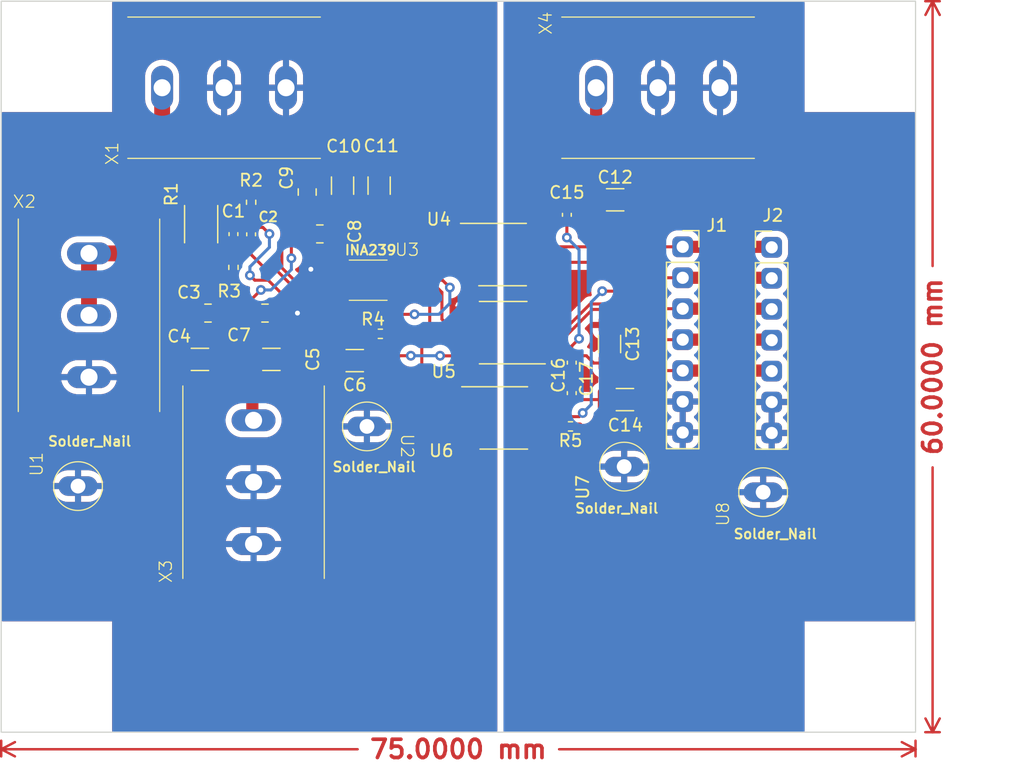
<source format=kicad_pcb>
(kicad_pcb (version 20221018) (generator pcbnew)
  (layers (0 "F.Cu" signal) (31 "B.Cu" signal) (34 "B.Paste" user) (35 "F.Paste" user) (36 "B.SilkS" user "B.Silkscreen") (37 "F.SilkS" user "F.Silkscreen") (38 "B.Mask" user) (39 "F.Mask" user) (44 "Edge.Cuts" user))
  (net 0 "")
  (net 1 "Net-(U3-IN+)")
  (net 2 "Net-(U3-IN-)")
  (net 3 "GND")
  (net 4 "Net-(U3-VS)")
  (net 5 "Net-(U4-VDD2)")
  (net 6 "GND1")
  (net 7 "Net-(J1-Pin_1)")
  (net 8 "Net-(J1-Pin_2)")
  (net 9 "Net-(J1-Pin_3)")
  (net 10 "Net-(J1-Pin_4)")
  (net 11 "Net-(J1-Pin_5)")
  (net 12 "Net-(U3-VBUS)")
  (net 13 "Net-(R1-Pad2)")
  (net 14 "Net-(U3-ALERT)")
  (net 15 "Net-(U6-VOB)")
  (net 16 "Net-(U3-CS)")
  (net 17 "Net-(U3-MOSI)")
  (net 18 "Net-(U3-MISO)")
  (net 19 "Net-(U3-SCLK)")
  (footprint "ESP32:ESP32" (layer "F.Cu") (at 135.7 109.48 90)
    (fp_text reference "X3" (at -7.32 -7.2 90 unlocked) (layer "F.SilkS") (effects (font (thickness 0.1))))
    (fp_text value "~" hide)
    (fp_line (start -7.9 -5.8) (end 7.9 -5.8) (stroke (width 0.1)) (layer "F.SilkS"))
    (fp_line (start -7.9 5.8) (end 7.9 5.8) (stroke (width 0.1)) (layer "F.SilkS"))
    (pad "1" thru_hole oval (at -5.08 0 90) (size 1.8 3.6) (drill 1.4) (layers "*.Cu" "*.Mask") (net 3 "GND"))
    (pad "2" thru_hole oval (at 0 0 90) (size 1.8 3.6) (drill 1.4) (layers "*.Cu" "*.Mask") (net 3 "GND"))
    (pad "3" thru_hole oval (at 5.08 0 90) (size 1.8 3.6) (drill 1.4) (layers "*.Cu" "*.Mask") (net 4 "Net-(U3-VS)"))
  )
  (footprint "MountingHole:MountingHole_3.5mm" (layer "F.Cu") (at 185.2 125.2)
    (fp_text reference "REF**" hide)
    (fp_text value "MountingHole_3.5mm" hide)
    (pad "" np_thru_hole circle (at 0 0) (size 3.5 3.5) (drill 3.5) (layers "*.Cu" "*.Mask"))
  )
  (footprint "Capacitor_SMD:C_1206_3216Metric_Pad1.33x1.80mm_HandSolder" (layer "F.Cu") (at 164.9 98.1375 -90)
    (fp_text reference "C13" (at 0 -1.9 -90) (layer "F.SilkS"))
    (fp_text value "10μ" hide)
    (fp_line (start -0.711252 -0.91) (end 0.711252 -0.91) (stroke (width 0.12)) (layer "F.SilkS"))
    (fp_line (start -0.711252 0.91) (end 0.711252 0.91) (stroke (width 0.12)) (layer "F.SilkS"))
    (pad "1" smd roundrect (at -1.5625 0 270) (size 1.325 1.8) (layers "F.Cu" "F.Paste" "F.Mask") (roundrect_rratio 0.1886792453) (net 6 "GND1"))
    (pad "2" smd roundrect (at 1.5625 0 270) (size 1.325 1.8) (layers "F.Cu" "F.Paste" "F.Mask") (roundrect_rratio 0.1886792453) (net 5 "Net-(U4-VDD2)"))
  )
  (footprint "Capacitor_SMD:C_0805_2012Metric_Pad1.18x1.45mm_HandSolder" (layer "F.Cu") (at 141.1375 89.1 180)
    (fp_text reference "C8" (at -2.8625 0.2 90) (layer "F.SilkS"))
    (fp_text value "100n" hide)
    (fp_line (start -0.261252 -0.735) (end 0.261252 -0.735) (stroke (width 0.12)) (layer "F.SilkS"))
    (fp_line (start -0.261252 0.735) (end 0.261252 0.735) (stroke (width 0.12)) (layer "F.SilkS"))
    (pad "1" smd roundrect (at -1.0375 0 180) (size 1.175 1.45) (layers "F.Cu" "F.Paste" "F.Mask") (roundrect_rratio 0.2127659574) (net 3 "GND"))
    (pad "2" smd roundrect (at 1.0375 0 180) (size 1.175 1.45) (layers "F.Cu" "F.Paste" "F.Mask") (roundrect_rratio 0.2127659574) (net 4 "Net-(U3-VS)"))
  )
  (footprint "nail:nail" (layer "F.Cu") (at 177.5 110.3)
    (fp_text reference "U8" (at -3.3 1.8 90 unlocked) (layer "F.SilkS") (effects (font (thickness 0.1))))
    (fp_text value "~" hide)
    (fp_text user "Solder_Nail" (at -2.5 3.9 unlocked) (layer "F.SilkS") (effects (font (size 0.8 0.8) (thickness 0.16) bold) (justify left bottom)))
    (fp_circle (center 0 0) (end 2 0) (stroke (width 0.1)) (fill none) (layer "F.SilkS"))
    (pad "1" thru_hole oval (at 0 0 90) (size 1.6 3.2) (drill 1.21) (layers "*.Cu" "*.Mask") (net 6 "GND1"))
  )
  (footprint "Resistor_SMD:R_2010_5025Metric_Pad1.40x2.65mm_HandSolder" (layer "F.Cu") (at 131.4 88.3 -90)
    (fp_text reference "R1" (at -2.45 2.45 90) (layer "F.SilkS"))
    (fp_text value "50m" hide)
    (fp_line (start -1.527064 -1.36) (end 1.527064 -1.36) (stroke (width 0.12)) (layer "F.SilkS"))
    (fp_line (start -1.527064 1.36) (end 1.527064 1.36) (stroke (width 0.12)) (layer "F.SilkS"))
    (pad "1" smd roundrect (at -2.4 0 270) (size 1.4 2.65) (layers "F.Cu" "F.Paste" "F.Mask") (roundrect_rratio 0.1785707143) (net 12 "Net-(U3-VBUS)"))
    (pad "2" smd roundrect (at 2.4 0 270) (size 1.4 2.65) (layers "F.Cu" "F.Paste" "F.Mask") (roundrect_rratio 0.1785707143) (net 13 "Net-(R1-Pad2)"))
  )
  (footprint "Capacitor_SMD:C_1206_3216Metric_Pad1.33x1.80mm_HandSolder" (layer "F.Cu") (at 146 85.1375 -90)
    (fp_text reference "C11" (at -3.2625 -0.175 -180) (layer "F.SilkS"))
    (fp_text value "10μ" hide)
    (fp_line (start -0.711252 -0.91) (end 0.711252 -0.91) (stroke (width 0.12)) (layer "F.SilkS"))
    (fp_line (start -0.711252 0.91) (end 0.711252 0.91) (stroke (width 0.12)) (layer "F.SilkS"))
    (pad "1" smd roundrect (at -1.5625 0 270) (size 1.325 1.8) (layers "F.Cu" "F.Paste" "F.Mask") (roundrect_rratio 0.1886792453) (net 3 "GND"))
    (pad "2" smd roundrect (at 1.5625 0 270) (size 1.325 1.8) (layers "F.Cu" "F.Paste" "F.Mask") (roundrect_rratio 0.1886792453) (net 4 "Net-(U3-VS)"))
  )
  (footprint "ESP32:ESP32" (layer "F.Cu") (at 133.28 77.1)
    (fp_text reference "X1" (at -9.18 5.4 90 unlocked) (layer "F.SilkS") (effects (font (thickness 0.1))))
    (fp_text value "~" hide)
    (fp_line (start -7.9 -5.8) (end 7.9 -5.8) (stroke (width 0.1)) (layer "F.SilkS"))
    (fp_line (start -7.9 5.8) (end 7.9 5.8) (stroke (width 0.1)) (layer "F.SilkS"))
    (pad "1" thru_hole oval (at -5.08 0) (size 1.8 3.6) (drill 1.4) (layers "*.Cu" "*.Mask") (net 12 "Net-(U3-VBUS)"))
    (pad "2" thru_hole oval (at 0 0) (size 1.8 3.6) (drill 1.4) (layers "*.Cu" "*.Mask") (net 3 "GND"))
    (pad "3" thru_hole oval (at 5.08 0) (size 1.8 3.6) (drill 1.4) (layers "*.Cu" "*.Mask") (net 3 "GND"))
  )
  (footprint "MountingHole:MountingHole_3.5mm" (layer "F.Cu") (at 185.2 74.8)
    (fp_text reference "REF**" hide)
    (fp_text value "MountingHole_3.5mm" hide)
    (pad "" np_thru_hole circle (at 0 0) (size 3.5 3.5) (drill 3.5) (layers "*.Cu" "*.Mask"))
  )
  (footprint "INA239:INA239" (layer "F.Cu") (at 145.1 92.9 180)
    (fp_text reference "U3" (at -3.2 2.5 unlocked) (layer "F.SilkS") (effects (font (thickness 0.1))))
    (fp_text value "~" hide)
    (fp_text user "INA239" (at 2 2 unlocked) (layer "F.SilkS") (effects (font (size 0.8 0.8) (thickness 0.16) bold) (justify left bottom)))
    (fp_line (start -1.55 -1.65) (end 1.55 -1.65) (stroke (width 0.1)) (layer "F.SilkS"))
    (fp_line (start -1.55 1.65) (end 1.55 1.65) (stroke (width 0.1)) (layer "F.SilkS"))
    (pad "1" smd roundrect (at -2.2 -1 180) (size 1.45 0.3) (layers "F.Cu" "F.Paste" "F.Mask") (net 16 "Net-(U3-CS)"))
    (pad "2" smd roundrect (at -2.2 -0.5 180) (size 1.45 0.3) (layers "F.Cu" "F.Paste" "F.Mask") (net 17 "Net-(U3-MOSI)"))
    (pad "3" smd roundrect (at -2.2 0 180) (size 1.45 0.3) (layers "F.Cu" "F.Paste" "F.Mask") (net 14 "Net-(U3-ALERT)"))
    (pad "4" smd roundrect (at -2.2 0.5 180) (size 1.45 0.3) (layers "F.Cu" "F.Paste" "F.Mask") (net 18 "Net-(U3-MISO)"))
    (pad "5" smd roundrect (at -2.2 1 180) (size 1.45 0.3) (layers "F.Cu" "F.Paste" "F.Mask") (net 19 "Net-(U3-SCLK)"))
    (pad "6" smd roundrect (at 2.2 1 180) (size 1.45 0.3) (layers "F.Cu" "F.Paste" "F.Mask") (net 4 "Net-(U3-VS)"))
    (pad "7" smd roundrect (at 2.2 0.5 180) (size 1.45 0.3) (layers "F.Cu" "F.Paste" "F.Mask") (net 3 "GND"))
    (pad "8" smd roundrect (at 2.2 0 180) (size 1.45 0.3) (layers "F.Cu" "F.Paste" "F.Mask") (net 12 "Net-(U3-VBUS)"))
    (pad "9" smd roundrect (at 2.2 -0.5 180) (size 1.45 0.3) (layers "F.Cu" "F.Paste" "F.Mask") (net 2 "Net-(U3-IN-)"))
    (pad "10" smd roundrect (at 2.2 -1 180) (size 1.45 0.3) (layers "F.Cu" "F.Paste" "F.Mask") (net 1 "Net-(U3-IN+)"))
  )
  (footprint "MountingHole:MountingHole_3.5mm" (layer "F.Cu") (at 119.8 125.2)
    (fp_text reference "REF**" hide)
    (fp_text value "MountingHole_3.5mm" hide)
    (pad "" np_thru_hole circle (at 0 0) (size 3.5 3.5) (drill 3.5) (layers "*.Cu" "*.Mask"))
  )
  (footprint "Connector_PinHeader_2.54mm:PinHeader_1x07_P2.54mm_Vertical" (layer "F.Cu") (at 178.2 90.2)
    (fp_text reference "J2" (at 0.1 -2.62) (layer "F.SilkS"))
    (fp_text value "Conn_01x07_Male")
    (fp_line (start -1.33 -1.33) (end 0 -1.33) (stroke (width 0.12)) (layer "F.SilkS"))
    (fp_line (start -1.33 0) (end -1.33 -1.33) (stroke (width 0.12)) (layer "F.SilkS"))
    (fp_line (start -1.33 1.27) (end -1.33 16.57) (stroke (width 0.12)) (layer "F.SilkS"))
    (fp_line (start -1.33 1.27) (end 1.33 1.27) (stroke (width 0.12)) (layer "F.SilkS"))
    (fp_line (start -1.33 16.57) (end 1.33 16.57) (stroke (width 0.12)) (layer "F.SilkS"))
    (fp_line (start 1.33 1.27) (end 1.33 16.57) (stroke (width 0.12)) (layer "F.SilkS"))
    (pad "1" thru_hole roundrect (at 0 0) (size 1.7 1.7) (drill 1) (layers "*.Cu" "*.Mask") (net 7 "Net-(J1-Pin_1)"))
    (pad "2" thru_hole roundrect (at 0 2.54) (size 1.7 1.7) (drill 1) (layers "*.Cu" "*.Mask") (net 8 "Net-(J1-Pin_2)"))
    (pad "3" thru_hole roundrect (at 0 5.08) (size 1.7 1.7) (drill 1) (layers "*.Cu" "*.Mask") (net 9 "Net-(J1-Pin_3)"))
    (pad "4" thru_hole roundrect (at 0 7.62) (size 1.7 1.7) (drill 1) (layers "*.Cu" "*.Mask") (net 10 "Net-(J1-Pin_4)"))
    (pad "5" thru_hole roundrect (at 0 10.16) (size 1.7 1.7) (drill 1) (layers "*.Cu" "*.Mask") (net 11 "Net-(J1-Pin_5)"))
    (pad "6" thru_hole roundrect (at 0 12.7) (size 1.7 1.7) (drill 1) (layers "*.Cu" "*.Mask") (net 6 "GND1"))
    (pad "7" thru_hole roundrect (at 0 15.24) (size 1.7 1.7) (drill 1) (layers "*.Cu" "*.Mask") (net 6 "GND1"))
  )
  (footprint "Package_SO:SOIC-8_3.9x4.9mm_P1.27mm" (layer "F.Cu") (at 156.175 97.205 180)
    (fp_text reference "U5" (at 4.875 -3.195) (layer "F.SilkS"))
    (fp_text value "ADuM120N")
    (fp_line (start 0 -2.56) (end -3.45 -2.56) (stroke (width 0.12)) (layer "F.SilkS"))
    (fp_line (start 0 -2.56) (end 1.95 -2.56) (stroke (width 0.12)) (layer "F.SilkS"))
    (fp_line (start 0 2.56) (end -1.95 2.56) (stroke (width 0.12)) (layer "F.SilkS"))
    (fp_line (start 0 2.56) (end 1.95 2.56) (stroke (width 0.12)) (layer "F.SilkS"))
    (pad "1" smd roundrect (at -2.475 -1.905 180) (size 1.95 0.6) (layers "F.Cu" "F.Paste" "F.Mask") (net 5 "Net-(U4-VDD2)"))
    (pad "2" smd roundrect (at -2.475 -0.635 180) (size 1.95 0.6) (layers "F.Cu" "F.Paste" "F.Mask") (net 11 "Net-(J1-Pin_5)"))
    (pad "3" smd roundrect (at -2.475 0.635 180) (size 1.95 0.6) (layers "F.Cu" "F.Paste" "F.Mask") (net 10 "Net-(J1-Pin_4)"))
    (pad "4" smd roundrect (at -2.475 1.905 180) (size 1.95 0.6) (layers "F.Cu" "F.Paste" "F.Mask") (net 6 "GND1"))
    (pad "5" smd roundrect (at 2.475 1.905 180) (size 1.95 0.6) (layers "F.Cu" "F.Paste" "F.Mask") (net 3 "GND"))
    (pad "6" smd roundrect (at 2.475 0.635 180) (size 1.95 0.6) (layers "F.Cu" "F.Paste" "F.Mask") (net 17 "Net-(U3-MOSI)"))
    (pad "7" smd roundrect (at 2.475 -0.635 180) (size 1.95 0.6) (layers "F.Cu" "F.Paste" "F.Mask") (net 16 "Net-(U3-CS)"))
    (pad "8" smd roundrect (at 2.475 -1.905 180) (size 1.95 0.6) (layers "F.Cu" "F.Paste" "F.Mask") (net 4 "Net-(U3-VS)"))
  )
  (footprint "Capacitor_SMD:C_0402_1005Metric_Pad0.74x0.62mm_HandSolder" (layer "F.Cu") (at 161.8 102.1675 -90)
    (fp_text reference "C17" (at -1.1675 -1.2 -90) (layer "F.SilkS"))
    (fp_text value "100n" hide)
    (fp_line (start -0.115835 -0.36) (end 0.115835 -0.36) (stroke (width 0.12)) (layer "F.SilkS"))
    (fp_line (start -0.115835 0.36) (end 0.115835 0.36) (stroke (width 0.12)) (layer "F.SilkS"))
    (pad "1" smd roundrect (at -0.5675 0 270) (size 0.735 0.62) (layers "F.Cu" "F.Paste" "F.Mask") (net 6 "GND1"))
    (pad "2" smd roundrect (at 0.5675 0 270) (size 0.735 0.62) (layers "F.Cu" "F.Paste" "F.Mask") (net 5 "Net-(U4-VDD2)"))
  )
  (footprint "Resistor_SMD:R_0402_1005Metric_Pad0.72x0.64mm_HandSolder" (layer "F.Cu") (at 135.5 86.5025 -90)
    (fp_text reference "R2" (at -1.8025 0 -180) (layer "F.SilkS"))
    (fp_text value "15" hide)
    (fp_line (start -0.167621 -0.38) (end 0.167621 -0.38) (stroke (width 0.12)) (layer "F.SilkS"))
    (fp_line (start -0.167621 0.38) (end 0.167621 0.38) (stroke (width 0.12)) (layer "F.SilkS"))
    (pad "1" smd roundrect (at -0.5975 0 270) (size 0.715 0.64) (layers "F.Cu" "F.Paste" "F.Mask") (net 12 "Net-(U3-VBUS)"))
    (pad "2" smd roundrect (at 0.5975 0 270) (size 0.715 0.64) (layers "F.Cu" "F.Paste" "F.Mask") (net 1 "Net-(U3-IN+)"))
  )
  (footprint "Package_SO:SOIC-8_3.9x4.9mm_P1.27mm" (layer "F.Cu") (at 156.225 104.205)
    (fp_text reference "U6" (at -5.125 2.695 180) (layer "F.SilkS"))
    (fp_text value "ADuM120N")
    (fp_line (start 0 -2.56) (end -3.45 -2.56) (stroke (width 0.12)) (layer "F.SilkS"))
    (fp_line (start 0 -2.56) (end 1.95 -2.56) (stroke (width 0.12)) (layer "F.SilkS"))
    (fp_line (start 0 2.56) (end -1.95 2.56) (stroke (width 0.12)) (layer "F.SilkS"))
    (fp_line (start 0 2.56) (end 1.95 2.56) (stroke (width 0.12)) (layer "F.SilkS"))
    (pad "1" smd roundrect (at -2.475 -1.905) (size 1.95 0.6) (layers "F.Cu" "F.Paste" "F.Mask") (net 4 "Net-(U3-VS)"))
    (pad "2" smd roundrect (at -2.475 -0.635) (size 1.95 0.6) (layers "F.Cu" "F.Paste" "F.Mask") (net 14 "Net-(U3-ALERT)"))
    (pad "3" smd roundrect (at -2.475 0.635) (size 1.95 0.6) (layers "F.Cu" "F.Paste" "F.Mask") (net 3 "GND"))
    (pad "4" smd roundrect (at -2.475 1.905) (size 1.95 0.6) (layers "F.Cu" "F.Paste" "F.Mask") (net 3 "GND"))
    (pad "5" smd roundrect (at 2.475 1.905) (size 1.95 0.6) (layers "F.Cu" "F.Paste" "F.Mask") (net 6 "GND1"))
    (pad "6" smd roundrect (at 2.475 0.635) (size 1.95 0.6) (layers "F.Cu" "F.Paste" "F.Mask") (net 15 "Net-(U6-VOB)"))
    (pad "7" smd roundrect (at 2.475 -0.635) (size 1.95 0.6) (layers "F.Cu" "F.Paste" "F.Mask") (net 9 "Net-(J1-Pin_3)"))
    (pad "8" smd roundrect (at 2.475 -1.905) (size 1.95 0.6) (layers "F.Cu" "F.Paste" "F.Mask") (net 5 "Net-(U4-VDD2)"))
  )
  (footprint "Capacitor_SMD:C_0402_1005Metric_Pad0.74x0.62mm_HandSolder" (layer "F.Cu") (at 161.4 87.5325 90)
    (fp_text reference "C15" (at 1.8325 0 180) (layer "F.SilkS"))
    (fp_text value "100n" hide)
    (fp_line (start -0.115835 -0.36) (end 0.115835 -0.36) (stroke (width 0.12)) (layer "F.SilkS"))
    (fp_line (start -0.115835 0.36) (end 0.115835 0.36) (stroke (width 0.12)) (layer "F.SilkS"))
    (pad "1" smd roundrect (at -0.5675 0 90) (size 0.735 0.62) (layers "F.Cu" "F.Paste" "F.Mask") (net 5 "Net-(U4-VDD2)"))
    (pad "2" smd roundrect (at 0.5675 0 90) (size 0.735 0.62) (layers "F.Cu" "F.Paste" "F.Mask") (net 6 "GND1"))
  )
  (footprint "Capacitor_SMD:C_1206_3216Metric_Pad1.33x1.80mm_HandSolder" (layer "F.Cu") (at 165.3625 86.3)
    (fp_text reference "C12" (at 0 -1.85) (layer "F.SilkS"))
    (fp_text value "10μ" hide)
    (fp_line (start -0.711252 -0.91) (end 0.711252 -0.91) (stroke (width 0.12)) (layer "F.SilkS"))
    (fp_line (start -0.711252 0.91) (end 0.711252 0.91) (stroke (width 0.12)) (layer "F.SilkS"))
    (pad "1" smd roundrect (at -1.5625 0) (size 1.325 1.8) (layers "F.Cu" "F.Paste" "F.Mask") (roundrect_rratio 0.1886792453) (net 5 "Net-(U4-VDD2)"))
    (pad "2" smd roundrect (at 1.5625 0) (size 1.325 1.8) (layers "F.Cu" "F.Paste" "F.Mask") (roundrect_rratio 0.1886792453) (net 6 "GND1"))
  )
  (footprint "Capacitor_SMD:C_0402_1005Metric_Pad0.74x0.62mm_HandSolder" (layer "F.Cu") (at 134.05 89.1175 -90)
    (fp_text reference "C1" (at -1.8825 0) (layer "F.SilkS"))
    (fp_text value "100n" hide)
    (fp_line (start -0.115835 -0.36) (end 0.115835 -0.36) (stroke (width 0.12)) (layer "F.SilkS"))
    (fp_line (start -0.115835 0.36) (end 0.115835 0.36) (stroke (width 0.12)) (layer "F.SilkS"))
    (pad "1" smd roundrect (at -0.5675 0 270) (size 0.735 0.62) (layers "F.Cu" "F.Paste" "F.Mask") (net 1 "Net-(U3-IN+)"))
    (pad "2" smd roundrect (at 0.5675 0 270) (size 0.735 0.62) (layers "F.Cu" "F.Paste" "F.Mask") (net 2 "Net-(U3-IN-)"))
  )
  (footprint "Capacitor_SMD:C_0805_2012Metric_Pad1.18x1.45mm_HandSolder" (layer "F.Cu") (at 136.6375 95.6)
    (fp_text reference "C7" (at -2.1375 1.8 180) (layer "F.SilkS"))
    (fp_text value "100n" hide)
    (fp_line (start -0.261252 -0.735) (end 0.261252 -0.735) (stroke (width 0.12)) (layer "F.SilkS"))
    (fp_line (start -0.261252 0.735) (end 0.261252 0.735) (stroke (width 0.12)) (layer "F.SilkS"))
    (pad "1" smd roundrect (at -1.0375 0) (size 1.175 1.45) (layers "F.Cu" "F.Paste" "F.Mask") (roundrect_rratio 0.2127659574) (net 4 "Net-(U3-VS)"))
    (pad "2" smd roundrect (at 1.0375 0) (size 1.175 1.45) (layers "F.Cu" "F.Paste" "F.Mask") (roundrect_rratio 0.2127659574) (net 3 "GND"))
  )
  (footprint "Resistor_SMD:R_0402_1005Metric_Pad0.72x0.64mm_HandSolder" (layer "F.Cu") (at 134.05 91.8475 90)
    (fp_text reference "R3" (at -1.9525 -0.35 180) (layer "F.SilkS"))
    (fp_text value "15" hide)
    (fp_line (start -0.167621 -0.38) (end 0.167621 -0.38) (stroke (width 0.12)) (layer "F.SilkS"))
    (fp_line (start -0.167621 0.38) (end 0.167621 0.38) (stroke (width 0.12)) (layer "F.SilkS"))
    (pad "1" smd roundrect (at -0.5975 0 90) (size 0.715 0.64) (layers "F.Cu" "F.Paste" "F.Mask") (net 13 "Net-(R1-Pad2)"))
    (pad "2" smd roundrect (at 0.5975 0 90) (size 0.715 0.64) (layers "F.Cu" "F.Paste" "F.Mask") (net 2 "Net-(U3-IN-)"))
  )
  (footprint "Capacitor_SMD:C_1206_3216Metric_Pad1.33x1.80mm_HandSolder" (layer "F.Cu") (at 137.1625 99.4 180)
    (fp_text reference "C5" (at -3.4 0 90) (layer "F.SilkS"))
    (fp_text value "2.2μ" hide)
    (fp_line (start -0.711252 -0.91) (end 0.711252 -0.91) (stroke (width 0.12)) (layer "F.SilkS"))
    (fp_line (start -0.711252 0.91) (end 0.711252 0.91) (stroke (width 0.12)) (layer "F.SilkS"))
    (pad "1" smd roundrect (at -1.5625 0 180) (size 1.325 1.8) (layers "F.Cu" "F.Paste" "F.Mask") (roundrect_rratio 0.1886792453) (net 3 "GND"))
    (pad "2" smd roundrect (at 1.5625 0 180) (size 1.325 1.8) (layers "F.Cu" "F.Paste" "F.Mask") (roundrect_rratio 0.1886792453) (net 4 "Net-(U3-VS)"))
  )
  (footprint "Capacitor_SMD:C_1206_3216Metric_Pad1.33x1.80mm_HandSolder" (layer "F.Cu") (at 131.3 99.4)
    (fp_text reference "C4" (at -1.7 -1.9) (layer "F.SilkS"))
    (fp_text value "2.2μ" hide)
    (fp_line (start -0.711252 -0.91) (end 0.711252 -0.91) (stroke (width 0.12)) (layer "F.SilkS"))
    (fp_line (start -0.711252 0.91) (end 0.711252 0.91) (stroke (width 0.12)) (layer "F.SilkS"))
    (pad "1" smd roundrect (at -1.5625 0) (size 1.325 1.8) (layers "F.Cu" "F.Paste" "F.Mask") (roundrect_rratio 0.1886792453) (net 3 "GND"))
    (pad "2" smd roundrect (at 1.5625 0) (size 1.325 1.8) (layers "F.Cu" "F.Paste" "F.Mask") (roundrect_rratio 0.1886792453) (net 4 "Net-(U3-VS)"))
  )
  (footprint "nail:nail" (layer "F.Cu") (at 121.3 109.8)
    (fp_text reference "U1" (at -3.4 -1.8 90 unlocked) (layer "F.SilkS") (effects (font (thickness 0.1))))
    (fp_text value "~" hide)
    (fp_text user "Solder_Nail" (at -2.54 -3.2025 unlocked) (layer "F.SilkS") (effects (font (size 0.8 0.8) (thickness 0.16) bold) (justify left bottom)))
    (fp_circle (center 0 0) (end 2 0) (stroke (width 0.1)) (fill none) (layer "F.SilkS"))
    (pad "1" thru_hole oval (at 0 0 90) (size 1.6 3.2) (drill 1.21) (layers "*.Cu" "*.Mask") (net 3 "GND"))
  )
  (footprint "MountingHole:MountingHole_3.5mm" (layer "F.Cu") (at 119.8 74.8)
    (fp_text reference "REF**" hide)
    (fp_text value "MountingHole_3.5mm" hide)
    (pad "" np_thru_hole circle (at 0 0) (size 3.5 3.5) (drill 3.5) (layers "*.Cu" "*.Mask"))
  )
  (footprint "Capacitor_SMD:C_0805_2012Metric_Pad1.18x1.45mm_HandSolder" (layer "F.Cu") (at 140.1 85.6625 90)
    (fp_text reference "C9" (at 1.1625 -1.7 90) (layer "F.SilkS"))
    (fp_text value "100n" hide)
    (fp_line (start -0.261252 -0.735) (end 0.261252 -0.735) (stroke (width 0.12)) (layer "F.SilkS"))
    (fp_line (start -0.261252 0.735) (end 0.261252 0.735) (stroke (width 0.12)) (layer "F.SilkS"))
    (pad "1" smd roundrect (at -1.0375 0 90) (size 1.175 1.45) (layers "F.Cu" "F.Paste" "F.Mask") (roundrect_rratio 0.2127659574) (net 4 "Net-(U3-VS)"))
    (pad "2" smd roundrect (at 1.0375 0 90) (size 1.175 1.45) (layers "F.Cu" "F.Paste" "F.Mask") (roundrect_rratio 0.2127659574) (net 3 "GND"))
  )
  (footprint "Package_SO:SOIC-8_3.9x4.9mm_P1.27mm" (layer "F.Cu") (at 156.125 90.795)
    (fp_text reference "U4" (at -5.225 -2.895) (layer "F.SilkS"))
    (fp_text value "ADuM121N")
    (fp_line (start 0 -2.56) (end -3.45 -2.56) (stroke (width 0.12)) (layer "F.SilkS"))
    (fp_line (start 0 -2.56) (end 1.95 -2.56) (stroke (width 0.12)) (layer "F.SilkS"))
    (fp_line (start 0 2.56) (end -1.95 2.56) (stroke (width 0.12)) (layer "F.SilkS"))
    (fp_line (start 0 2.56) (end 1.95 2.56) (stroke (width 0.12)) (layer "F.SilkS"))
    (pad "1" smd roundrect (at -2.475 -1.905) (size 1.95 0.6) (layers "F.Cu" "F.Paste" "F.Mask") (net 4 "Net-(U3-VS)"))
    (pad "2" smd roundrect (at -2.475 -0.635) (size 1.95 0.6) (layers "F.Cu" "F.Paste" "F.Mask") (net 19 "Net-(U3-SCLK)"))
    (pad "3" smd roundrect (at -2.475 0.635) (size 1.95 0.6) (layers "F.Cu" "F.Paste" "F.Mask") (net 18 "Net-(U3-MISO)"))
    (pad "4" smd roundrect (at -2.475 1.905) (size 1.95 0.6) (layers "F.Cu" "F.Paste" "F.Mask") (net 3 "GND"))
    (pad "5" smd roundrect (at 2.475 1.905) (size 1.95 0.6) (layers "F.Cu" "F.Paste" "F.Mask") (net 6 "GND1"))
    (pad "6" smd roundrect (at 2.475 0.635) (size 1.95 0.6) (layers "F.Cu" "F.Paste" "F.Mask") (net 8 "Net-(J1-Pin_2)"))
    (pad "7" smd roundrect (at 2.475 -0.635) (size 1.95 0.6) (layers "F.Cu" "F.Paste" "F.Mask") (net 7 "Net-(J1-Pin_1)"))
    (pad "8" smd roundrect (at 2.475 -1.905) (size 1.95 0.6) (layers "F.Cu" "F.Paste" "F.Mask") (net 5 "Net-(U4-VDD2)"))
  )
  (footprint "nail:nail" (layer "F.Cu") (at 145 104.9)
    (fp_text reference "U2" (at 3.3 1.6 -90 unlocked) (layer "F.SilkS") (effects (font (thickness 0.1))))
    (fp_text value "~" hide)
    (fp_text user "Solder_Nail" (at -2.9 3.8 unlocked) (layer "F.SilkS") (effects (font (size 0.8 0.8) (thickness 0.16) bold) (justify left bottom)))
    (fp_circle (center 0 0) (end 2 0) (stroke (width 0.1)) (fill none) (layer "F.SilkS"))
    (pad "1" thru_hole oval (at 0 0 90) (size 1.6 3.2) (drill 1.21) (layers "*.Cu" "*.Mask") (net 3 "GND"))
  )
  (footprint "Capacitor_SMD:C_1206_3216Metric_Pad1.33x1.80mm_HandSolder" (layer "F.Cu") (at 143 85.1375 90)
    (fp_text reference "C10" (at 3.2375 0.1 180) (layer "F.SilkS"))
    (fp_text value "10μ" hide)
    (fp_line (start -0.711252 -0.91) (end 0.711252 -0.91) (stroke (width 0.12)) (layer "F.SilkS"))
    (fp_line (start -0.711252 0.91) (end 0.711252 0.91) (stroke (width 0.12)) (layer "F.SilkS"))
    (pad "1" smd roundrect (at -1.5625 0 90) (size 1.325 1.8) (layers "F.Cu" "F.Paste" "F.Mask") (roundrect_rratio 0.1886792453) (net 4 "Net-(U3-VS)"))
    (pad "2" smd roundrect (at 1.5625 0 90) (size 1.325 1.8) (layers "F.Cu" "F.Paste" "F.Mask") (roundrect_rratio 0.1886792453) (net 3 "GND"))
  )
  (footprint "Capacitor_SMD:C_0402_1005Metric_Pad0.74x0.62mm_HandSolder" (layer "F.Cu") (at 135.5 89.1325 -90)
    (fp_text reference "C2" (at -1.4325 -1.4 180) (layer "F.SilkS") (effects (font (size 0.8 0.8) (thickness 0.16) bold)))
    (fp_text value "100n" hide)
    (fp_line (start -0.115835 -0.36) (end 0.115835 -0.36) (stroke (width 0.12)) (layer "F.SilkS"))
    (fp_line (start -0.115835 0.36) (end 0.115835 0.36) (stroke (width 0.12)) (layer "F.SilkS"))
    (pad "1" smd roundrect (at -0.5675 0 270) (size 0.735 0.62) (layers "F.Cu" "F.Paste" "F.Mask") (net 1 "Net-(U3-IN+)"))
    (pad "2" smd roundrect (at 0.5675 0 270) (size 0.735 0.62) (layers "F.Cu" "F.Paste" "F.Mask") (net 2 "Net-(U3-IN-)"))
  )
  (footprint "ESP32:ESP32" (layer "F.Cu") (at 168.88 77.1 180)
    (fp_text reference "X4" (at 9.22 5.3 90 unlocked) (layer "F.SilkS") (effects (font (thickness 0.1))))
    (fp_text value "~" hide)
    (fp_line (start -7.9 -5.8) (end 7.9 -5.8) (stroke (width 0.1)) (layer "F.SilkS"))
    (fp_line (start -7.9 5.8) (end 7.9 5.8) (stroke (width 0.1)) (layer "F.SilkS"))
    (pad "1" thru_hole oval (at -5.08 0 180) (size 1.8 3.6) (drill 1.4) (layers "*.Cu" "*.Mask") (net 6 "GND1"))
    (pad "2" thru_hole oval (at 0 0 180) (size 1.8 3.6) (drill 1.4) (layers "*.Cu" "*.Mask") (net 6 "GND1"))
    (pad "3" thru_hole oval (at 5.08 0 180) (size 1.8 3.6) (drill 1.4) (layers "*.Cu" "*.Mask") (net 5 "Net-(U4-VDD2)"))
  )
  (footprint "nail:nail" (layer "F.Cu") (at 166.1 108.2)
    (fp_text reference "U7" (at -3.4 1.7 90 unlocked) (layer "F.SilkS"))
    (fp_text value "~" hide)
    (fp_text user "Solder_Nail" (at -4.1 3.9 unlocked) (layer "F.SilkS") (effects (font (size 0.8 0.8) (thickness 0.16) bold) (justify left bottom)))
    (fp_circle (center 0 0) (end 2 0) (stroke (width 0.1)) (fill none) (layer "F.SilkS"))
    (pad "1" thru_hole oval (at 0 0 90) (size 1.6 3.2) (drill 1.21) (layers "*.Cu" "*.Mask") (net 6 "GND1"))
  )
  (footprint "Capacitor_SMD:C_1206_3216Metric_Pad1.33x1.80mm_HandSolder" (layer "F.Cu") (at 166.1625 102.7 180)
    (fp_text reference "C14" (at -0.0375 -2.1 180) (layer "F.SilkS"))
    (fp_text value "10μ" hide)
    (fp_line (start -0.711252 -0.91) (end 0.711252 -0.91) (stroke (width 0.12)) (layer "F.SilkS"))
    (fp_line (start -0.711252 0.91) (end 0.711252 0.91) (stroke (width 0.12)) (layer "F.SilkS"))
    (pad "1" smd roundrect (at -1.5625 0 180) (size 1.325 1.8) (layers "F.Cu" "F.Paste" "F.Mask") (roundrect_rratio 0.1886792453) (net 6 "GND1"))
    (pad "2" smd roundrect (at 1.5625 0 180) (size 1.325 1.8) (layers "F.Cu" "F.Paste" "F.Mask") (roundrect_rratio 0.1886792453) (net 5 "Net-(U4-VDD2)"))
  )
  (footprint "Connector_PinSocket_2.54mm:PinSocket_1x07_P2.54mm_Vertical" (layer "F.Cu") (at 170.9 90.16)
    (fp_text reference "J1" (at 2.8 -1.76) (layer "F.SilkS"))
    (fp_text value "Conn_01x07_Female")
    (fp_line (start -1.33 1.27) (end -1.33 16.57) (stroke (width 0.12)) (layer "F.SilkS"))
    (fp_line (start -1.33 1.27) (end 1.33 1.27) (stroke (width 0.12)) (layer "F.SilkS"))
    (fp_line (start -1.33 16.57) (end 1.33 16.57) (stroke (width 0.12)) (layer "F.SilkS"))
    (fp_line (start 0 -1.33) (end 1.33 -1.33) (stroke (width 0.12)) (layer "F.SilkS"))
    (fp_line (start 1.33 -1.33) (end 1.33 0) (stroke (width 0.12)) (layer "F.SilkS"))
    (fp_line (start 1.33 1.27) (end 1.33 16.57) (stroke (width 0.12)) (layer "F.SilkS"))
    (pad "1" thru_hole roundrect (at 0 0) (size 1.7 1.7) (drill 1) (layers "*.Cu" "*.Mask") (net 7 "Net-(J1-Pin_1)"))
    (pad "2" thru_hole roundrect (at 0 2.54) (size 1.7 1.7) (drill 1) (layers "*.Cu" "*.Mask") (net 8 "Net-(J1-Pin_2)"))
    (pad "3" thru_hole roundrect (at 0 5.08) (size 1.7 1.7) (drill 1) (layers "*.Cu" "*.Mask") (net 9 "Net-(J1-Pin_3)"))
    (pad "4" thru_hole roundrect (at 0 7.62) (size 1.7 1.7) (drill 1) (layers "*.Cu" "*.Mask") (net 10 "Net-(J1-Pin_4)"))
    (pad "5" thru_hole roundrect (at 0 10.16) (size 1.7 1.7) (drill 1) (layers "*.Cu" "*.Mask") (net 11 "Net-(J1-Pin_5)"))
    (pad "6" thru_hole roundrect (at 0 12.7) (size 1.7 1.7) (drill 1) (layers "*.Cu" "*.Mask") (net 6 "GND1"))
    (pad "7" thru_hole roundrect (at 0 15.24) (size 1.7 1.7) (drill 1) (layers "*.Cu" "*.Mask") (net 6 "GND1"))
  )
  (footprint "Capacitor_SMD:C_0402_1005Metric_Pad0.74x0.62mm_HandSolder" (layer "F.Cu") (at 161.8 99.6675 90)
    (fp_text reference "C16" (at -1.0325 -1.1 270) (layer "F.SilkS"))
    (fp_text value "100n" hide)
    (fp_line (start -0.115835 -0.36) (end 0.115835 -0.36) (stroke (width 0.12)) (layer "F.SilkS"))
    (fp_line (start -0.115835 0.36) (end 0.115835 0.36) (stroke (width 0.12)) (layer "F.SilkS"))
    (pad "1" smd roundrect (at -0.5675 0 90) (size 0.735 0.62) (layers "F.Cu" "F.Paste" "F.Mask") (net 6 "GND1"))
    (pad "2" smd roundrect (at 0.5675 0 90) (size 0.735 0.62) (layers "F.Cu" "F.Paste" "F.Mask") (net 5 "Net-(U4-VDD2)"))
  )
  (footprint "Resistor_SMD:R_0402_1005Metric_Pad0.72x0.64mm_HandSolder" (layer "F.Cu") (at 161.6975 104.9 180)
    (fp_text reference "R5" (at 0 -1.17) (layer "F.SilkS"))
    (fp_text value "10k" hide)
    (fp_line (start -0.167621 -0.38) (end 0.167621 -0.38) (stroke (width 0.12)) (layer "F.SilkS"))
    (fp_line (start -0.167621 0.38) (end 0.167621 0.38) (stroke (width 0.12)) (layer "F.SilkS"))
    (pad "1" smd roundrect (at -0.5975 0 180) (size 0.715 0.64) (layers "F.Cu" "F.Paste" "F.Mask") (net 6 "GND1"))
    (pad "2" smd roundrect (at 0.5975 0 180) (size 0.715 0.64) (layers "F.Cu" "F.Paste" "F.Mask") (net 15 "Net-(U6-VOB)"))
  )
  (footprint "Capacitor_SMD:C_1206_3216Metric_Pad1.33x1.80mm_HandSolder" (layer "F.Cu") (at 144 99.5 180)
    (fp_text reference "C6" (at 0 -2 180) (layer "F.SilkS"))
    (fp_text value "10μ" hide)
    (fp_line (start -0.711252 -0.91) (end 0.711252 -0.91) (stroke (width 0.12)) (layer "F.SilkS"))
    (fp_line (start -0.711252 0.91) (end 0.711252 0.91) (stroke (width 0.12)) (layer "F.SilkS"))
    (pad "1" smd roundrect (at -1.5625 0 180) (size 1.325 1.8) (layers "F.Cu" "F.Paste" "F.Mask") (roundrect_rratio 0.1886792453) (net 4 "Net-(U3-VS)"))
    (pad "2" smd roundrect (at 1.5625 0 180) (size 1.325 1.8) (layers "F.Cu" "F.Paste" "F.Mask") (roundrect_rratio 0.1886792453) (net 3 "GND"))
  )
  (footprint "Capacitor_SMD:C_0805_2012Metric_Pad1.18x1.45mm_HandSolder" (layer "F.Cu") (at 131.9625 95.6)
    (fp_text reference "C3" (at -1.5625 -1.7) (layer "F.SilkS"))
    (fp_text value "100n" hide)
    (fp_line (start -0.261252 -0.735) (end 0.261252 -0.735) (stroke (width 0.12)) (layer "F.SilkS"))
    (fp_line (start -0.261252 0.735) (end 0.261252 0.735) (stroke (width 0.12)) (layer "F.SilkS"))
    (pad "1" smd roundrect (at -1.0375 0) (size 1.175 1.45) (layers "F.Cu" "F.Paste" "F.Mask") (roundrect_rratio 0.2127659574) (net 3 "GND"))
    (pad "2" smd roundrect (at 1.0375 0) (size 1.175 1.45) (layers "F.Cu" "F.Paste" "F.Mask") (roundrect_rratio 0.2127659574) (net 4 "Net-(U3-VS)"))
  )
  (footprint "Resistor_SMD:R_0402_1005Metric_Pad0.72x0.64mm_HandSolder" (layer "F.Cu") (at 146.1 97.3 180)
    (fp_text reference "R4" (at 0.6 1.2 180) (layer "F.SilkS"))
    (fp_text value "10k" hide)
    (fp_line (start -0.167621 -0.38) (end 0.167621 -0.38) (stroke (width 0.12)) (layer "F.SilkS"))
    (fp_line (start -0.167621 0.38) (end 0.167621 0.38) (stroke (width 0.12)) (layer "F.SilkS"))
    (pad "1" smd roundrect (at -0.5975 0 180) (size 0.715 0.64) (layers "F.Cu" "F.Paste" "F.Mask") (net 14 "Net-(U3-ALERT)"))
    (pad "2" smd roundrect (at 0.5975 0 180) (size 0.715 0.64) (layers "F.Cu" "F.Paste" "F.Mask") (net 4 "Net-(U3-VS)"))
  )
  (footprint "ESP32:ESP32" (layer "F.Cu") (at 122.2 95.78 90)
    (fp_text reference "X2" (at 9.33 -5.3 unlocked) (layer "F.SilkS") (effects (font (thickness 0.1))))
    (fp_text value "~" hide)
    (fp_line (start -7.9 -5.8) (end 7.9 -5.8) (stroke (width 0.1)) (layer "F.SilkS"))
    (fp_line (start -7.9 5.8) (end 7.9 5.8) (stroke (width 0.1)) (layer "F.SilkS"))
    (pad "1" thru_hole oval (at -5.08 0 90) (size 1.8 3.6) (drill 1.4) (layers "*.Cu" "*.Mask") (net 3 "GND"))
    (pad "2" thru_hole oval (at 0 0 90) (size 1.8 3.6) (drill 1.4) (layers "*.Cu" "*.Mask") (net 13 "Net-(R1-Pad2)"))
    (pad "3" thru_hole oval (at 5.08 0 90) (size 1.8 3.6) (drill 1.4) (layers "*.Cu" "*.Mask") (net 13 "Net-(R1-Pad2)"))
  )
  (gr_rect (start 115 70) (end 190 130) (stroke (width 0.1)) (fill none) (layer "Edge.Cuts"))
  (dimension (type aligned) (layer "F.Cu") (pts (xy 190 130.2) (xy 115 130.2)) (height -1.2) (gr_text "75.0000 mm" (at 152.5 131.4) (layer "F.Cu") (effects (font (size 1.5 1.5) (thickness 0.3)))) (format (prefix "") (suffix "") (units 3) (units_format 1) (precision 4)) (style (thickness 0.2) (arrow_length 1.27) (text_position_mode 1) (extension_height 0.58642) (extension_offset 0.5) keep_text_aligned))
  (dimension (type aligned) (layer "F.Cu") (pts (xy 190.3 70) (xy 190.3 130)) (height -1.1) (gr_text "60.0000 mm" (at 191.4 100 90) (layer "F.Cu") (effects (font (size 1.5 1.5) (thickness 0.3)))) (format (prefix "") (suffix "") (units 3) (units_format 1) (precision 4)) (style (thickness 0.2) (arrow_length 1.27) (text_position_mode 1) (extension_height 0.58642) (extension_offset 0.5) keep_text_aligned))
  (segment (start 135.5 88.565) (end 136.465 88.565) (width 0.25) (layer "F.Cu") (net 1))
  (segment (start 135.5 88.565) (end 134.065 88.565) (width 0.25) (layer "F.Cu") (net 1))
  (segment (start 134.065 88.565) (end 134.05 88.55) (width 0.25) (layer "F.Cu") (net 1))
  (segment (start 137.9 93.9) (end 136.9 92.9) (width 0.25) (layer "F.Cu") (net 1))
  (segment (start 136.9 92.9) (end 135.8 92.9) (width 0.25) (layer "F.Cu") (net 1))
  (segment (start 135.8 92.9) (end 135.4 92.5) (width 0.25) (layer "F.Cu") (net 1))
  (segment (start 135.5 87.1) (end 135.5 88.565) (width 0.25) (layer "F.Cu") (net 1))
  (segment (start 136.465 88.565) (end 137 89.1) (width 0.25) (layer "F.Cu") (net 1))
  (segment (start 142.9 93.9) (end 137.9 93.9) (width 0.25) (layer "F.Cu") (net 1))
  (via (at 135.4 92.5) (size 0.8) (drill 0.4) (layers "F.Cu" "B.Cu") (net 1))
  (via (at 137 89.1) (size 0.8) (drill 0.4) (layers "F.Cu" "B.Cu") (net 1))
  (segment (start 135.4 91.8) (end 137 90.2) (width 0.25) (layer "B.Cu") (net 1))
  (segment (start 135.4 92.5) (end 135.4 91.8) (width 0.25) (layer "B.Cu") (net 1))
  (segment (start 137 90.2) (end 137 89.1) (width 0.25) (layer "B.Cu") (net 1))
  (segment (start 134.05 89.685) (end 135.485 89.685) (width 0.25) (layer "F.Cu") (net 2))
  (segment (start 137.4 91.9) (end 138.9 93.4) (width 0.25) (layer "F.Cu") (net 2))
  (segment (start 138.9 93.4) (end 142.9 93.4) (width 0.25) (layer "F.Cu") (net 2))
  (segment (start 136.6 91.9) (end 137.4 91.9) (width 0.25) (layer "F.Cu") (net 2))
  (segment (start 134.05 89.685) (end 134.05 91.25) (width 0.25) (layer "F.Cu") (net 2))
  (segment (start 135.5 89.7) (end 135.5 90.8) (width 0.25) (layer "F.Cu") (net 2))
  (segment (start 135.5 90.8) (end 136.6 91.9) (width 0.25) (layer "F.Cu") (net 2))
  (segment (start 135.485 89.685) (end 135.5 89.7) (width 0.25) (layer "F.Cu") (net 2))
  (segment (start 137.675 95.6) (end 139.3 95.6) (width 0.25) (layer "F.Cu") (net 3))
  (segment (start 142.9 92.4) (end 140.8 92.4) (width 0.25) (layer "F.Cu") (net 3))
  (segment (start 140.8 92.4) (end 140.4 92) (width 0.25) (layer "F.Cu") (net 3))
  (via (at 139.3 95.6) (size 0.8) (drill 0.4) (layers "F.Cu" "B.Cu") (net 3))
  (via (at 140.4 92) (size 0.8) (drill 0.4) (layers "F.Cu" "B.Cu") (net 3))
  (segment (start 145.5025 97.3) (end 145.5025 99.44) (width 0.25) (layer "F.Cu") (net 4))
  (segment (start 143 86.7) (end 140.1 86.7) (width 0.25) (layer "F.Cu") (net 4))
  (segment (start 133 99.2625) (end 132.8625 99.4) (width 0.5) (layer "F.Cu") (net 4))
  (segment (start 135.6 94.4) (end 135.6 95.6) (width 0.25) (layer "F.Cu") (net 4))
  (segment (start 147.3 99.5) (end 145.5625 99.5) (width 0.25) (layer "F.Cu") (net 4))
  (segment (start 148.6 99.1) (end 147.7 99.1) (width 0.25) (layer "F.Cu") (net 4))
  (segment (start 145.5025 97.3) (end 136.1 97.3) (width 0.25) (layer "F.Cu") (net 4))
  (segment (start 140.1 90.4) (end 140.1 89.1) (width 0.25) (layer "F.Cu") (net 4))
  (segment (start 139 89.1) (end 138.8 89.3) (width 0.25) (layer "F.Cu") (net 4))
  (segment (start 133 95.6) (end 133 99.2625) (width 0.5) (layer "F.Cu") (net 4))
  (segment (start 146 87.8) (end 146 86.7) (width 0.25) (layer "F.Cu") (net 4))
  (segment (start 147.7 99.1) (end 147.3 99.5) (width 0.25) (layer "F.Cu") (net 4))
  (segment (start 143 86.7) (end 146 86.7) (width 0.25) (layer "F.Cu") (net 4))
  (segment (start 138.8 89.3) (end 138.8 91.1) (width 0.25) (layer "F.Cu") (net 4))
  (segment (start 136.3 93.7) (end 135.6 94.4) (width 0.25) (layer "F.Cu") (net 4))
  (segment (start 133 95.6) (end 135.6 95.6) (width 0.5) (layer "F.Cu") (net 4))
  (segment (start 153.7 102.25) (end 153.75 102.3) (width 0.25) (layer "F.Cu") (net 4))
  (segment (start 141.6 91.9) (end 140.1 90.4) (width 0.25) (layer "F.Cu") (net 4))
  (segment (start 136.1 97.3) (end 135.6 96.8) (width 0.25) (layer "F.Cu") (net 4))
  (segment (start 140.1 89.1) (end 140.1 86.7) (width 0.25) (layer "F.Cu") (net 4))
  (segment (start 135.6 104.3) (end 135.7 104.4) (width 1) (layer "F.Cu") (net 4))
  (segment (start 135.6 96.8) (end 135.6 95.6) (width 0.25) (layer "F.Cu") (net 4))
  (segment (start 142.9 91.9) (end 141.6 91.9) (width 0.25) (layer "F.Cu") (net 4))
  (segment (start 153.7 99.11) (end 151.01 99.11) (width 0.25) (layer "F.Cu") (net 4))
  (segment (start 153.65 88.89) (end 147.09 88.89) (width 0.25) (layer "F.Cu") (net 4))
  (segment (start 145.5025 99.44) (end 145.5625 99.5) (width 0.25) (layer "F.Cu") (net 4))
  (segment (start 132.8625 99.4) (end 135.6 99.4) (width 0.5) (layer "F.Cu") (net 4))
  (segment (start 135.6 99.4) (end 135.6 104.3) (width 1) (layer "F.Cu") (net 4))
  (segment (start 151.01 99.11) (end 151 99.1) (width 0.25) (layer "F.Cu") (net 4))
  (segment (start 147.09 88.89) (end 146 87.8) (width 0.25) (layer "F.Cu") (net 4))
  (segment (start 153.7 99.11) (end 153.7 102.25) (width 0.25) (layer "F.Cu") (net 4))
  (segment (start 140.1 89.1) (end 139 89.1) (width 0.25) (layer "F.Cu") (net 4))
  (via (at 148.6 99.1) (size 0.8) (drill 0.4) (layers "F.Cu" "B.Cu") (net 4))
  (via (at 151 99.1) (size 0.8) (drill 0.4) (layers "F.Cu" "B.Cu") (net 4))
  (via (at 136.3 93.7) (size 0.8) (drill 0.4) (layers "F.Cu" "B.Cu") (net 4))
  (via (at 138.8 91.1) (size 0.8) (drill 0.4) (layers "F.Cu" "B.Cu") (net 4))
  (segment (start 138.8 91.1) (end 138.8 92.025305) (width 0.25) (layer "B.Cu") (net 4))
  (segment (start 137.125305 93.7) (end 136.3 93.7) (width 0.25) (layer "B.Cu") (net 4))
  (segment (start 138.8 92.025305) (end 137.125305 93.7) (width 0.25) (layer "B.Cu") (net 4))
  (segment (start 151 99.1) (end 148.6 99.1) (width 0.25) (layer "B.Cu") (net 4))
  (segment (start 163.8 77.1) (end 163.8 86.3) (width 1) (layer "F.Cu") (net 5))
  (segment (start 159.91 88.89) (end 158.6 88.89) (width 0.25) (layer "F.Cu") (net 5))
  (segment (start 164.9 99.7) (end 163.6 99.7) (width 0.25) (layer "F.Cu") (net 5))
  (segment (start 161.4 88.1) (end 160.7 88.1) (width 0.25) (layer "F.Cu") (net 5))
  (segment (start 164.9 100.8) (end 164.6 101.1) (width 0.25) (layer "F.Cu") (net 5))
  (segment (start 163.8 87.5) (end 163.2 88.1) (width 0.25) (layer "F.Cu") (net 5))
  (segment (start 164.6 102.7) (end 161.835 102.7) (width 0.25) (layer "F.Cu") (net 5))
  (segment (start 160.5 102.3) (end 158.7 102.3) (width 0.25) (layer "F.Cu") (net 5))
  (segment (start 164.9 99.7) (end 164.9 100.8) (width 0.25) (layer "F.Cu") (net 5))
  (segment (start 161.8 102.735) (end 160.935 102.735) (width 0.25) (layer "F.Cu") (net 5))
  (segment (start 163.6 99.7) (end 163 99.1) (width 0.25) (layer "F.Cu") (net 5))
  (segment (start 164.6 101.1) (end 164.6 102.7) (width 0.25) (layer "F.Cu") (net 5))
  (segment (start 161.4 89.4) (end 161.4 88.1) (width 0.25) (layer "F.Cu") (net 5))
  (segment (start 161.79 99.11) (end 161.8 99.1) (width 0.25) (layer "F.Cu") (net 5))
  (segment (start 163.2 88.1) (end 161.4 88.1) (width 0.25) (layer "F.Cu") (net 5))
  (segment (start 163 99.1) (end 161.8 99.1) (width 0.25) (layer "F.Cu") (net 5))
  (segment (start 163.8 86.3) (end 163.8 87.5) (width 0.25) (layer "F.Cu") (net 5))
  (segment (start 160.935 102.735) (end 160.5 102.3) (width 0.25) (layer "F.Cu") (net 5))
  (segment (start 161.8 98.3) (end 162.4 97.7) (width 0.25) (layer "F.Cu") (net 5))
  (segment (start 158.65 99.11) (end 161.79 99.11) (width 0.25) (layer "F.Cu") (net 5))
  (segment (start 161.8 99.1) (end 161.8 98.3) (width 0.25) (layer "F.Cu") (net 5))
  (segment (start 160.7 88.1) (end 159.91 88.89) (width 0.25) (layer "F.Cu") (net 5))
  (segment (start 161.835 102.7) (end 161.8 102.735) (width 0.25) (layer "F.Cu") (net 5))
  (via (at 162.4 97.7) (size 0.8) (drill 0.4) (layers "F.Cu" "B.Cu") (net 5))
  (via (at 161.4 89.4) (size 0.8) (drill 0.4) (layers "F.Cu" "B.Cu") (net 5))
  (segment (start 162.4 90.4) (end 161.4 89.4) (width 0.25) (layer "B.Cu") (net 5))
  (segment (start 162.4 97.7) (end 162.4 90.4) (width 0.25) (layer "B.Cu") (net 5))
  (segment (start 178.16 105.4) (end 178.2 105.44) (width 1) (layer "F.Cu") (net 6))
  (segment (start 178.16 102.86) (end 178.2 102.9) (width 1) (layer "F.Cu") (net 6))
  (segment (start 158.6 90.16) (end 170.9 90.16) (width 0.25) (layer "F.Cu") (net 7))
  (segment (start 178.16 90.16) (end 178.2 90.2) (width 1) (layer "F.Cu") (net 7))
  (segment (start 170.9 90.16) (end 178.16 90.16) (width 1) (layer "F.Cu") (net 7))
  (segment (start 158.6 91.43) (end 166.43 91.43) (width 0.25) (layer "F.Cu") (net 8))
  (segment (start 167.7 92.7) (end 170.9 92.7) (width 0.25) (layer "F.Cu") (net 8))
  (segment (start 170.9 92.7) (end 178.16 92.7) (width 1) (layer "F.Cu") (net 8))
  (segment (start 178.16 92.7) (end 178.2 92.74) (width 1) (layer "F.Cu") (net 8))
  (segment (start 166.43 91.43) (end 167.7 92.7) (width 0.25) (layer "F.Cu") (net 8))
  (segment (start 168.14 95.24) (end 170.9 95.24) (width 0.25) (layer "F.Cu") (net 9))
  (segment (start 164.3 93.8) (end 166.7 93.8) (width 0.25) (layer "F.Cu") (net 9))
  (segment (start 170.9 95.24) (end 178.16 95.24) (width 1) (layer "F.Cu") (net 9))
  (segment (start 160.6 103.8) (end 160.9 104.1) (width 0.25) (layer "F.Cu") (net 9))
  (segment (start 158.7 103.57) (end 160.37 103.57) (width 0.25) (layer "F.Cu") (net 9))
  (segment (start 161.7 104.1) (end 162.4 104.1) (width 0.25) (layer "F.Cu") (net 9))
  (segment (start 178.16 95.24) (end 178.2 95.28) (width 1) (layer "F.Cu") (net 9))
  (segment (start 162.4 104.1) (end 162.7 103.8) (width 0.25) (layer "F.Cu") (net 9))
  (segment (start 160.9 104.1) (end 161.7 104.1) (width 0.25) (layer "F.Cu") (net 9))
  (segment (start 160.37 103.57) (end 160.6 103.8) (width 0.25) (layer "F.Cu") (net 9))
  (segment (start 166.7 93.8) (end 168.14 95.24) (width 0.25) (layer "F.Cu") (net 9))
  (via (at 162.7 103.8) (size 0.8) (drill 0.4) (layers "F.Cu" "B.Cu") (net 9))
  (via (at 164.3 93.8) (size 0.8) (drill 0.4) (layers "F.Cu" "B.Cu") (net 9))
  (segment (start 162.7 103.8) (end 163.4 103.1) (width 0.25) (layer "B.Cu") (net 9))
  (segment (start 163.4 94.7) (end 164.3 93.8) (width 0.25) (layer "B.Cu") (net 9))
  (segment (start 163.4 103.1) (end 163.4 102.4) (width 0.25) (layer "B.Cu") (net 9))
  (segment (start 163.4 102.4) (end 163.4 94.7) (width 0.25) (layer "B.Cu") (net 9))
  (segment (start 178.16 97.78) (end 178.2 97.82) (width 1) (layer "F.Cu") (net 10))
  (segment (start 166.486396 94.85) (end 168.05 96.413604) (width 0.25) (layer "F.Cu") (net 10))
  (segment (start 168.05 96.413604) (end 168.05 97.25) (width 0.25) (layer "F.Cu") (net 10))
  (segment (start 168.05 97.25) (end 168.58 97.78) (width 0.25) (layer "F.Cu") (net 10))
  (segment (start 168.58 97.78) (end 170.9 97.78) (width 0.25) (layer "F.Cu") (net 10))
  (segment (start 170.9 97.78) (end 178.16 97.78) (width 1) (layer "F.Cu") (net 10))
  (segment (start 158.65 96.57) (end 161.593604 96.57) (width 0.25) (layer "F.Cu") (net 10))
  (segment (start 163.313604 94.85) (end 166.486396 94.85) (width 0.25) (layer "F.Cu") (net 10))
  (segment (start 161.593604 96.57) (end 163.313604 94.85) (width 0.25) (layer "F.Cu") (net 10))
  (segment (start 166.3 95.3) (end 167.6 96.6) (width 0.25) (layer "F.Cu") (net 11))
  (segment (start 158.65 97.84) (end 160.96 97.84) (width 0.25) (layer "F.Cu") (net 11))
  (segment (start 178.16 100.32) (end 178.2 100.36) (width 1) (layer "F.Cu") (net 11))
  (segment (start 167.6 96.6) (end 167.6 99.2) (width 0.25) (layer "F.Cu") (net 11))
  (segment (start 168.72 100.32) (end 170.9 100.32) (width 0.25) (layer "F.Cu") (net 11))
  (segment (start 160.96 97.84) (end 163.5 95.3) (width 0.25) (layer "F.Cu") (net 11))
  (segment (start 167.6 99.2) (end 168.72 100.32) (width 0.25) (layer "F.Cu") (net 11))
  (segment (start 170.9 100.32) (end 178.16 100.32) (width 1) (layer "F.Cu") (net 11))
  (segment (start 163.5 95.3) (end 166.3 95.3) (width 0.25) (layer "F.Cu") (net 11))
  (segment (start 138.018198 91.881802) (end 138.018198 87.118198) (width 0.25) (layer "F.Cu") (net 12))
  (segment (start 142.9 92.9) (end 139.036396 92.9) (width 0.25) (layer "F.Cu") (net 12))
  (segment (start 131.405 85.905) (end 131.4 85.9) (width 0.5) (layer "F.Cu") (net 12))
  (segment (start 138.018198 87.118198) (end 136.805 85.905) (width 0.25) (layer "F.Cu") (net 12))
  (segment (start 136.805 85.905) (end 135.5 85.905) (width 0.25) (layer "F.Cu") (net 12))
  (segment (start 128.2 77.1) (end 128.2 80.25) (width 1.3) (layer "F.Cu") (net 12))
  (segment (start 131.4 83.45) (end 131.4 85.9) (width 1.3) (layer "F.Cu") (net 12))
  (segment (start 135.5 85.905) (end 131.405 85.905) (width 0.5) (layer "F.Cu") (net 12))
  (segment (start 128.2 80.25) (end 131.4 83.45) (width 1.3) (layer "F.Cu") (net 12))
  (segment (start 139.036396 92.9) (end 138.018198 91.881802) (width 0.25) (layer "F.Cu") (net 12))
  (segment (start 134.05 92.445) (end 131.995 92.445) (width 0.5) (layer "F.Cu") (net 13))
  (segment (start 131.4 91.85) (end 131.4 90.7) (width 0.5) (layer "F.Cu") (net 13))
  (segment (start 131.995 92.445) (end 131.4 91.85) (width 0.5) (layer "F.Cu") (net 13))
  (segment (start 122.2 90.7) (end 131.4 90.7) (width 1.3) (layer "F.Cu") (net 13))
  (segment (start 122.2 90.7) (end 122.2 95.78) (width 1.3) (layer "F.Cu") (net 13))
  (segment (start 151.47 103.57) (end 149.5 101.6) (width 0.25) (layer "F.Cu") (net 14))
  (segment (start 149.5 101.6) (end 149.5 98.1) (width 0.25) (layer "F.Cu") (net 14))
  (segment (start 148.9 95.7) (end 147.4 95.7) (width 0.25) (layer "F.Cu") (net 14))
  (segment (start 149.5 98.1) (end 148.7 97.3) (width 0.25) (layer "F.Cu") (net 14))
  (segment (start 151.2 92.9) (end 151.8 93.5) (width 0.25) (layer "F.Cu") (net 14))
  (segment (start 148.7 97.3) (end 146.6975 97.3) (width 0.25) (layer "F.Cu") (net 14))
  (segment (start 146.6975 96.4025) (end 146.6975 97.3) (width 0.25) (layer "F.Cu") (net 14))
  (segment (start 153.75 103.57) (end 151.47 103.57) (width 0.25) (layer "F.Cu") (net 14))
  (segment (start 147.4 95.7) (end 146.6975 96.4025) (width 0.25) (layer "F.Cu") (net 14))
  (segment (start 147.3 92.9) (end 151.2 92.9) (width 0.25) (layer "F.Cu") (net 14))
  (via (at 151.8 93.5) (size 0.8) (drill 0.4) (layers "F.Cu" "B.Cu") (net 14))
  (via (at 148.9 95.7) (size 0.8) (drill 0.4) (layers "F.Cu" "B.Cu") (net 14))
  (segment (start 150.9 95.7) (end 148.9 95.7) (width 0.25) (layer "B.Cu") (net 14))
  (segment (start 151.1 95.5) (end 150.9 95.7) (width 0.25) (layer "B.Cu") (net 14))
  (segment (start 151.8 94.8) (end 151.1 95.5) (width 0.25) (layer "B.Cu") (net 14))
  (segment (start 151.8 93.5) (end 151.8 94.8) (width 0.25) (layer "B.Cu") (net 14))
  (segment (start 161.04 104.84) (end 161.1 104.9) (width 0.25) (layer "F.Cu") (net 15))
  (segment (start 158.7 104.84) (end 161.04 104.84) (width 0.25) (layer "F.Cu") (net 15))
  (segment (start 153.7 97.84) (end 151.49 97.84) (width 0.25) (layer "F.Cu") (net 16))
  (segment (start 151.49 97.84) (end 150.15 96.5) (width 0.25) (layer "F.Cu") (net 16))
  (segment (start 149.6 93.9) (end 147.3 93.9) (width 0.25) (layer "F.Cu") (net 16))
  (segment (start 150.15 96.5) (end 150.15 94.45) (width 0.25) (layer "F.Cu") (net 16))
  (segment (start 150.15 94.45) (end 149.6 93.9) (width 0.25) (layer "F.Cu") (net 16))
  (segment (start 153.7 96.57) (end 151.62 96.57) (width 0.25) (layer "F.Cu") (net 17))
  (segment (start 151.15 96.1) (end 151.15 93.9) (width 0.25) (layer "F.Cu") (net 17))
  (segment (start 151.62 96.57) (end 151.15 96.1) (width 0.25) (layer "F.Cu") (net 17))
  (segment (start 151.15 93.9) (end 150.65 93.4) (width 0.25) (layer "F.Cu") (net 17))
  (segment (start 150.65 93.4) (end 147.3 93.4) (width 0.25) (layer "F.Cu") (net 17))
  (segment (start 153.65 91.43) (end 150.306396 91.43) (width 0.25) (layer "F.Cu") (net 18))
  (segment (start 150.306396 91.43) (end 149.336396 92.4) (width 0.25) (layer "F.Cu") (net 18))
  (segment (start 149.336396 92.4) (end 147.3 92.4) (width 0.25) (layer "F.Cu") (net 18))
  (segment (start 150.94 90.16) (end 149.2 91.9) (width 0.25) (layer "F.Cu") (net 19))
  (segment (start 149.2 91.9) (end 147.3 91.9) (width 0.25) (layer "F.Cu") (net 19))
  (segment (start 153.65 90.16) (end 150.94 90.16) (width 0.25) (layer "F.Cu") (net 19))
  (zone (net 3) (net_name "GND") (layers "F&B.Cu") (connect_pads (clearance 0.5)) (min_thickness 0.25) (fill yes (thermal_gap 0.5) (thermal_bridge_width 0.5))
    (polygon (pts (xy 155.8 70) (xy 155.8 130) (xy 124.1 130) (xy 124.1 120.9) (xy 115 120.9) (xy 115 79.1) (xy 124.1 79.1) (xy 124.1 70)))
  )
  (zone (net 6) (net_name "GND1") (layers "F&B.Cu") (priority 1) (connect_pads (clearance 0.5)) (min_thickness 0.25) (fill yes (thermal_gap 0.5) (thermal_bridge_width 0.5))
    (polygon (pts (xy 156.2 70) (xy 156.2 130) (xy 180.9 130) (xy 180.9 120.9) (xy 190 120.9) (xy 190 79.1) (xy 180.9 79.1) (xy 180.9 70)))
  )
  (zone (net 0) (net_name "") (layers "F&B.Cu" "F.Fab") (connect_pads (clearance 0)) (min_thickness 0.25)
    (keepout (tracks allowed) (vias allowed) (pads allowed) (copperpour not_allowed) (footprints allowed))
    (fill (thermal_gap 0.5) (thermal_bridge_width 0.5))
    (polygon (pts (xy 115 70) (xy 124 70) (xy 124 79) (xy 115 79)))
  )
  (zone (net 0) (net_name "") (layers "F&B.Cu" "F.Fab") (connect_pads (clearance 0)) (min_thickness 0.25)
    (keepout (tracks allowed) (vias allowed) (pads allowed) (copperpour not_allowed) (footprints allowed))
    (fill (thermal_gap 0.5) (thermal_bridge_width 0.5))
    (polygon (pts (xy 181 121) (xy 190 121) (xy 190 130) (xy 181 130)))
  )
  (zone (net 0) (net_name "") (layers "F&B.Cu" "F.Fab") (connect_pads (clearance 0)) (min_thickness 0.25)
    (keepout (tracks allowed) (vias allowed) (pads allowed) (copperpour not_allowed) (footprints allowed))
    (fill (thermal_gap 0.5) (thermal_bridge_width 0.5))
    (polygon (pts (xy 181 79) (xy 181 70) (xy 190 70) (xy 190 79)))
  )
  (zone (net 0) (net_name "") (layers "F&B.Cu" "F.Fab") (connect_pads (clearance 0)) (min_thickness 0.25)
    (keepout (tracks allowed) (vias allowed) (pads allowed) (copperpour not_allowed) (footprints allowed))
    (fill (thermal_gap 0.5) (thermal_bridge_width 0.5))
    (polygon (pts (xy 115 121) (xy 124 121) (xy 124 130) (xy 115 130)))
  )
)
</source>
